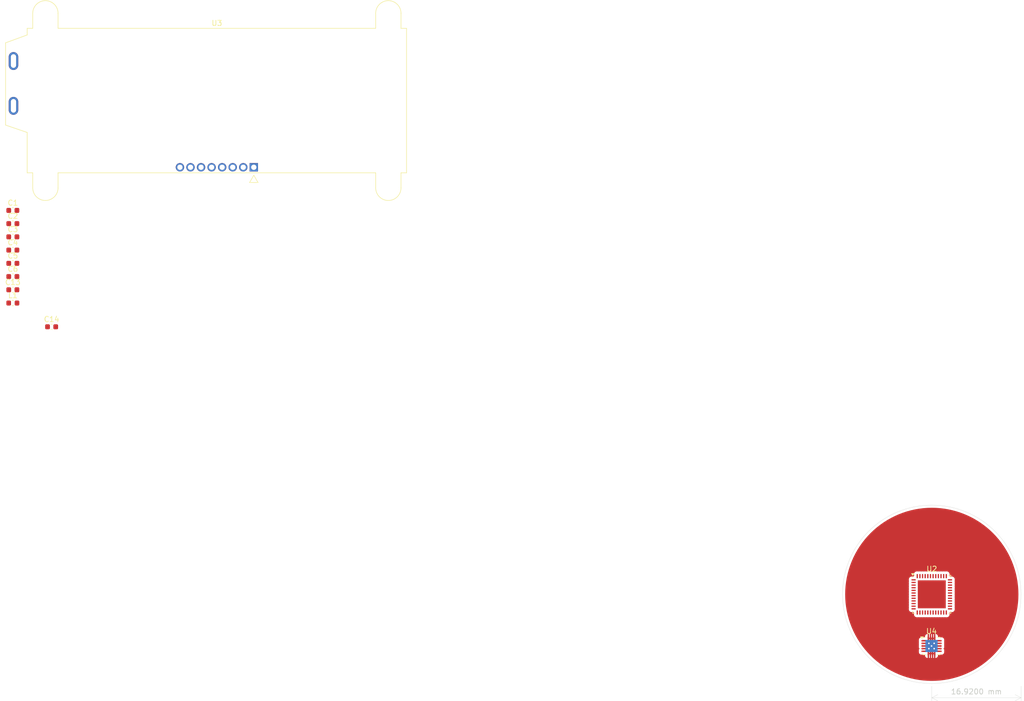
<source format=kicad_pcb>
(kicad_pcb (version 20240108) (generator "pcbnew") (generator_version "8.0")
  (layers (0 "F.Cu" signal) (31 "B.Cu" signal) (34 "B.Paste" user) (35 "F.Paste" user) (36 "B.SilkS" user "B.Silkscreen") (37 "F.SilkS" user "F.Silkscreen") (38 "B.Mask" user) (39 "F.Mask" user) (44 "Edge.Cuts" user))
  (net 0 "")
  (net 1 "GND")
  (net 2 "+3V3")
  (net 3 "Net-(U2-EN)")
  (net 4 "Net-(U2-IO22)")
  (net 23 "/PwrG")
  (net 24 "/CLK")
  (net 28 "/MAX_SO")
  (net 37 "Net-(U2-IO21)")
  (net 43 "/CS")
  (net 46 "Net-(S1-COM)")
  (net 47 "Net-(U4-L2)")
  (net 48 "Net-(U4-L1)")
  (net 49 "Net-(U4-FB)")
  (net 50 "Net-(U4-VAUX)")
  (footprint "Capacitor_SMD:C_0603_1608Metric" (layer "F.Cu") (at -24.17 -2.77)
    (property "Reference" "C6" (at 0 -1.43 0) (layer "F.SilkS"))
    (property "Value" "100nF")
    (fp_line (start -0.14058 -0.51) (end 0.14058 -0.51) (stroke (width 0.12)) (layer "F.SilkS"))
    (fp_line (start -0.14058 0.51) (end 0.14058 0.51) (stroke (width 0.12)) (layer "F.SilkS"))
    (pad "1" smd roundrect (at -0.775 0) (size 0.9 0.95) (layers "F.Cu" "F.Paste" "F.Mask") (net 3 "Net-(U2-EN)"))
    (pad "2" smd roundrect (at 0.775 0) (size 0.9 0.95) (layers "F.Cu" "F.Paste" "F.Mask") (net 1 "GND"))
  )
  (footprint "Capacitor_SMD:C_0603_1608Metric" (layer "F.Cu") (at -24.17 -10.3)
    (property "Reference" "C3" (at 0 -1.43 0) (layer "F.SilkS"))
    (property "Value" "100nF")
    (fp_line (start -0.14058 -0.51) (end 0.14058 -0.51) (stroke (width 0.12)) (layer "F.SilkS"))
    (fp_line (start -0.14058 0.51) (end 0.14058 0.51) (stroke (width 0.12)) (layer "F.SilkS"))
    (pad "1" smd roundrect (at -0.775 0) (size 0.9 0.95) (layers "F.Cu" "F.Paste" "F.Mask") (net 2 "+3V3"))
    (pad "2" smd roundrect (at 0.775 0) (size 0.9 0.95) (layers "F.Cu" "F.Paste" "F.Mask") (net 1 "GND"))
  )
  (footprint "Capacitor_SMD:C_0603_1608Metric" (layer "F.Cu") (at -24.17 -12.81)
    (property "Reference" "C2" (at 0 -1.43 0) (layer "F.SilkS"))
    (property "Value" "100nF")
    (fp_line (start -0.14058 -0.51) (end 0.14058 -0.51) (stroke (width 0.12)) (layer "F.SilkS"))
    (fp_line (start -0.14058 0.51) (end 0.14058 0.51) (stroke (width 0.12)) (layer "F.SilkS"))
    (pad "1" smd roundrect (at -0.775 0) (size 0.9 0.95) (layers "F.Cu" "F.Paste" "F.Mask") (net 2 "+3V3"))
    (pad "2" smd roundrect (at 0.775 0) (size 0.9 0.95) (layers "F.Cu" "F.Paste" "F.Mask") (net 1 "GND"))
  )
  (footprint "Capacitor_SMD:C_0603_1608Metric" (layer "F.Cu") (at -24.17 -0.26)
    (property "Reference" "C13" (at 0 -1.43 0) (layer "F.SilkS"))
    (property "Value" "100nF")
    (fp_line (start -0.14058 -0.51) (end 0.14058 -0.51) (stroke (width 0.12)) (layer "F.SilkS"))
    (fp_line (start -0.14058 0.51) (end 0.14058 0.51) (stroke (width 0.12)) (layer "F.SilkS"))
    (pad "1" smd roundrect (at -0.775 0) (size 0.9 0.95) (layers "F.Cu" "F.Paste" "F.Mask") (net 2 "+3V3"))
    (pad "2" smd roundrect (at 0.775 0) (size 0.9 0.95) (layers "F.Cu" "F.Paste" "F.Mask") (net 1 "GND"))
  )
  (footprint "Package_SON:Texas_S-PWSON-N10_ThermalVias" (layer "F.Cu") (at 149.95 67.3)
    (property "Reference" "U4" (at 0 -2.8 0) (layer "F.SilkS"))
    (property "Value" "TPS63060")
    (fp_line (start -1.65 1.65) (end -1.65 1.4) (stroke (width 0.12)) (layer "F.SilkS"))
    (fp_line (start -1.65 1.65) (end -0.985 1.65) (stroke (width 0.12)) (layer "F.SilkS"))
    (fp_line (start -1.3 -1.65) (end -0.985 -1.65) (stroke (width 0.12)) (layer "F.SilkS"))
    (fp_line (start 0.985 -1.65) (end 1.65 -1.65) (stroke (width 0.12)) (layer "F.SilkS"))
    (fp_line (start 0.985 1.65) (end 1.65 1.65) (stroke (width 0.12)) (layer "F.SilkS"))
    (fp_line (start 1.65 -1.4) (end 1.65 -1.65) (stroke (width 0.12)) (layer "F.SilkS"))
    (fp_line (start 1.65 1.4) (end 1.65 1.65) (stroke (width 0.12)) (layer "F.SilkS"))
    (fp_poly (pts (xy -1.81 -1.42) (xy -2.05 -1.75) (xy -1.57 -1.75) (xy -1.81 -1.42)) (stroke (width 0.12)) (fill solid) (layer "F.SilkS"))
    (pad "1" smd rect (at -1.76 -1) (size 0.28 0.28) (layers "F.Cu" "F.Paste" "F.Mask") (net 48 "Net-(U4-L1)"))
    (pad "1" smd oval (at -1.475 -1) (size 0.85 0.28) (layers "F.Cu" "F.Paste" "F.Mask") (net 48 "Net-(U4-L1)"))
    (pad "2" smd rect (at -1.76 -0.5) (size 0.28 0.28) (layers "F.Cu" "F.Paste" "F.Mask") (net 46 "Net-(S1-COM)"))
    (pad "2" smd oval (at -1.475 -0.5) (size 0.85 0.28) (layers "F.Cu" "F.Paste" "F.Mask") (net 46 "Net-(S1-COM)"))
    (pad "3" smd rect (at -1.76 0) (size 0.28 0.28) (layers "F.Cu" "F.Paste" "F.Mask") (net 46 "Net-(S1-COM)"))
    (pad "3" smd oval (at -1.475 0) (size 0.85 0.28) (layers "F.Cu" "F.Paste" "F.Mask") (net 46 "Net-(S1-COM)"))
    (pad "4" smd rect (at -1.76 0.5) (size 0.28 0.28) (layers "F.Cu" "F.Paste" "F.Mask") (net 1 "GND"))
    (pad "4" smd oval (at -1.475 0.5) (size 0.85 0.28) (layers "F.Cu" "F.Paste" "F.Mask") (net 1 "GND"))
    (pad "5" smd rect (at -1.76 1) (size 0.28 0.28) (layers "F.Cu" "F.Paste" "F.Mask") (net 23 "/PwrG"))
    (pad "5" smd oval (at -1.475 1) (size 0.85 0.28) (layers "F.Cu" "F.Paste" "F.Mask") (net 23 "/PwrG"))
    (pad "6" smd oval (at 1.475 1) (size 0.85 0.28) (layers "F.Cu" "F.Paste" "F.Mask") (net 50 "Net-(U4-VAUX)"))
    (pad "6" smd rect (at 1.76 1) (size 0.28 0.28) (layers "F.Cu" "F.Paste" "F.Mask") (net 50 "Net-(U4-VAUX)"))
    (pad "7" smd oval (at 1.475 0.5) (size 0.85 0.28) (layers "F.Cu" "F.Paste" "F.Mask") (net 1 "GND"))
    (pad "7" smd rect (at 1.76 0.5) (size 0.28 0.28) (layers "F.Cu" "F.Paste" "F.Mask") (net 1 "GND"))
    (pad "8" smd oval (at 1.475 0) (size 0.85 0.28) (layers "F.Cu" "F.Paste" "F.Mask") (net 49 "Net-(U4-FB)"))
    (pad "8" smd rect (at 1.76 0) (size 0.28 0.28) (layers "F.Cu" "F.Paste" "F.Mask") (net 49 "Net-(U4-FB)"))
    (pad "9" smd oval (at 1.475 -0.5) (size 0.85 0.28) (layers "F.Cu" "F.Paste" "F.Mask") (net 2 "+3V3"))
    (pad "9" smd rect (at 1.76 -0.5) (size 0.28 0.28) (layers "F.Cu" "F.Paste" "F.Mask") (net 2 "+3V3"))
    (pad "10" smd oval (at 1.475 -1) (size 0.85 0.28) (layers "F.Cu" "F.Paste" "F.Mask") (net 47 "Net-(U4-L2)"))
    (pad "10" smd rect (at 1.76 -1) (size 0.28 0.28) (layers "F.Cu" "F.Paste" "F.Mask") (net 47 "Net-(U4-L2)"))
    (pad "11" smd rect (at -0.6 -1.425) (size 0.23 0.6) (layers "F.Cu" "F.Paste" "F.Mask") (net 1 "GND"))
    (pad "11" smd rect (at -0.6 -1.425) (size 0.25 0.7) (layers "F.Cu" "F.Paste" "F.Mask") (net 1 "GND"))
    (pad "11" smd rect (at -0.6 1.425) (size 0.23 0.6) (layers "F.Cu" "F.Paste" "F.Mask") (net 1 "GND"))
    (pad "11" smd rect (at -0.6 1.425) (size 0.25 0.7) (layers "F.Cu" "F.Paste" "F.Mask") (net 1 "GND"))
    (pad "11" thru_hole circle (at -0.5 -0.5) (size 0.6 0.6) (drill 0.3) (layers "*.Cu" "*.Mask") (net 1 "GND"))
    (pad "11" thru_hole circle (at -0.5 0.5) (size 0.6 0.6) (drill 0.3) (layers "*.Cu" "*.Mask") (net 1 "GND"))
    (pad "11" smd rect (at -0.435 -0.56) (size 0.65 0.9) (layers "F.Cu" "F.Paste" "F.Mask") (net 1 "GND"))
    (pad "11" smd rect (at -0.435 0.56) (size 0.65 0.9) (layers "F.Cu" "F.Paste" "F.Mask") (net 1 "GND"))
    (pad "11" smd rect (at -0.2 -1.425) (size 0.23 0.6) (layers "F.Cu" "F.Paste" "F.Mask") (net 1 "GND"))
    (pad "11" smd rect (at -0.2 -1.425) (size 0.25 0.7) (layers "F.Cu" "F.Paste" "F.Mask") (net 1 "GND"))
    (pad "11" smd rect (at -0.2 1.425) (size 0.23 0.6) (layers "F.Cu" "F.Paste" "F.Mask") (net 1 "GND"))
    (pad "11" smd rect (at -0.2 1.425) (size 0.25 0.7) (layers "F.Cu" "F.Paste" "F.Mask") (net 1 "GND"))
    (pad "11" smd rect (at -0.001 0) (size 2.3 2.3) (layers "B.Cu") (net 1 "GND"))
    (pad "11" thru_hole circle (at 0 0) (size 0.6 0.6) (drill 0.3) (layers "*.Cu" "*.Mask") (net 1 "GND"))
    (pad "11" smd rect (at 0 0) (size 1.7 2.15) (layers "F.Cu" "F.Mask") (net 1 "GND"))
    (pad "11" smd rect (at 0.2 -1.425) (size 0.23 0.6) (layers "F.Cu" "F.Paste" "F.Mask") (net 1 "GND"))
    (pad "11" smd rect (at 0.2 -1.425) (size 0.25 0.7) (layers "F.Cu" "F.Paste" "F.Mask") (net 1 "GND"))
    (pad "11" smd rect (at 0.2 1.425) (size 0.23 0.6) (layers "F.Cu" "F.Paste" "F.Mask") (net 1 "GND"))
    (pad "11" smd rect (at 0.2 1.425) (size 0.25 0.7) (layers "F.Cu" "F.Paste" "F.Mask") (net 1 "GND"))
    (pad "11" smd rect (at 0.435 -0.56) (size 0.65 0.9) (layers "F.Cu" "F.Paste" "F.Mask") (net 1 "GND"))
    (pad "11" smd rect (at 0.435 0.56) (size 0.65 0.9) (layers "F.Cu" "F.Paste" "F.Mask") (net 1 "GND"))
    (pad "11" thru_hole circle (at 0.5 -0.5) (size 0.6 0.6) (drill 0.3) (layers "*.Cu" "*.Mask") (net 1 "GND"))
    (pad "11" thru_hole circle (at 0.5 0.5) (size 0.6 0.6) (drill 0.3) (layers "*.Cu" "*.Mask") (net 1 "GND"))
    (pad "11" smd rect (at 0.6 -1.425) (size 0.23 0.6) (layers "F.Cu" "F.Paste" "F.Mask") (net 1 "GND"))
    (pad "11" smd rect (at 0.6 -1.425) (size 0.25 0.7) (layers "F.Cu" "F.Paste" "F.Mask") (net 1 "GND"))
    (pad "11" smd rect (at 0.6 1.425) (size 0.23 0.6) (layers "F.Cu" "F.Paste" "F.Mask") (net 1 "GND"))
    (pad "11" smd rect (at 0.6 1.425) (size 0.25 0.7) (layers "F.Cu" "F.Paste" "F.Mask") (net 1 "GND"))
  )
  (footprint "Capacitor_SMD:C_0603_1608Metric" (layer "F.Cu") (at -24.17 -5.28)
    (property "Reference" "C5" (at 0 -1.43 0) (layer "F.SilkS"))
    (property "Value" "100nF")
    (fp_line (start -0.14058 -0.51) (end 0.14058 -0.51) (stroke (width 0.12)) (layer "F.SilkS"))
    (fp_line (start -0.14058 0.51) (end 0.14058 0.51) (stroke (width 0.12)) (layer "F.SilkS"))
    (pad "1" smd roundrect (at -0.775 0) (size 0.9 0.95) (layers "F.Cu" "F.Paste" "F.Mask") (net 2 "+3V3"))
    (pad "2" smd roundrect (at 0.775 0) (size 0.9 0.95) (layers "F.Cu" "F.Paste" "F.Mask") (net 1 "GND"))
  )
  (footprint "Capacitor_SMD:C_0603_1608Metric" (layer "F.Cu") (at -16.82 6.76)
    (property "Reference" "C14" (at 0 -1.43 0) (layer "F.SilkS"))
    (property "Value" "100nF")
    (fp_line (start -0.14058 -0.51) (end 0.14058 -0.51) (stroke (width 0.12)) (layer "F.SilkS"))
    (fp_line (start -0.14058 0.51) (end 0.14058 0.51) (stroke (width 0.12)) (layer "F.SilkS"))
    (pad "1" smd roundrect (at -0.775 0) (size 0.9 0.95) (layers "F.Cu" "F.Paste" "F.Mask") (net 2 "+3V3"))
    (pad "2" smd roundrect (at 0.775 0) (size 0.9 0.95) (layers "F.Cu" "F.Paste" "F.Mask") (net 1 "GND"))
  )
  (footprint "Package_DFN_QFN:QFN-48-1EP_7x7mm_P0.5mm_EP5.3x5.3mm" (layer "F.Cu") (at 150 57.5)
    (property "Reference" "U2" (at 0 -4.8 0) (layer "F.SilkS"))
    (property "Value" "ESP32-PICO-D4")
    (fp_line (start -3.61 -3.135) (end -3.61 -3.37) (stroke (width 0.12)) (layer "F.SilkS"))
    (fp_line (start -3.61 3.61) (end -3.61 3.135) (stroke (width 0.12)) (layer "F.SilkS"))
    (fp_line (start -3.135 -3.61) (end -3.31 -3.61) (stroke (width 0.12)) (layer "F.SilkS"))
    (fp_line (start -3.135 3.61) (end -3.61 3.61) (stroke (width 0.12)) (layer "F.SilkS"))
    (fp_line (start 3.135 -3.61) (end 3.61 -3.61) (stroke (width 0.12)) (layer "F.SilkS"))
    (fp_line (start 3.135 3.61) (end 3.61 3.61) (stroke (width 0.12)) (layer "F.SilkS"))
    (fp_line (start 3.61 -3.61) (end 3.61 -3.135) (stroke (width 0.12)) (layer "F.SilkS"))
    (fp_line (start 3.61 3.61) (end 3.61 3.135) (stroke (width 0.12)) (layer "F.SilkS"))
    (fp_poly (pts (xy -3.61 -3.61) (xy -3.85 -3.94) (xy -3.37 -3.94) (xy -3.61 -3.61)) (stroke (width 0.12)) (fill solid) (layer "F.SilkS"))
    (pad "1" smd roundrect (at -3.45 -2.75) (size 0.8 0.25) (layers "F.Cu" "F.Paste" "F.Mask"))
    (pad "2" smd roundrect (at -3.45 -2.25) (size 0.8 0.25) (layers "F.Cu" "F.Paste" "F.Mask"))
    (pad "3" smd roundrect (at -3.45 -1.75) (size 0.8 0.25) (layers "F.Cu" "F.Paste" "F.Mask") (net 3 "Net-(U2-EN)"))
    (pad "4" smd roundrect (at -3.45 -1.25) (size 0.8 0.25) (layers "F.Cu" "F.Paste" "F.Mask") (net 3 "Net-(U2-EN)"))
    (pad "5" smd roundrect (at -3.45 -0.75) (size 0.8 0.25) (layers "F.Cu" "F.Paste" "F.Mask"))
    (pad "6" smd roundrect (at -3.45 -0.25) (size 0.8 0.25) (layers "F.Cu" "F.Paste" "F.Mask"))
    (pad "7" smd roundrect (at -3.45 0.25) (size 0.8 0.25) (layers "F.Cu" "F.Paste" "F.Mask"))
    (pad "8" smd roundrect (at -3.45 0.75) (size 0.8 0.25) (layers "F.Cu" "F.Paste" "F.Mask"))
    (pad "9" smd roundrect (at -3.45 1.25) (size 0.8 0.25) (layers "F.Cu" "F.Paste" "F.Mask") (net 3 "Net-(U2-EN)"))
    (pad "10" smd roundrect (at -3.45 1.75) (size 0.8 0.25) (layers "F.Cu" "F.Paste" "F.Mask"))
    (pad "11" smd roundrect (at -3.45 2.25) (size 0.8 0.25) (layers "F.Cu" "F.Paste" "F.Mask"))
    (pad "12" smd roundrect (at -3.45 2.75) (size 0.8 0.25) (layers "F.Cu" "F.Paste" "F.Mask"))
    (pad "13" smd roundrect (at -2.75 3.45) (size 0.25 0.8) (layers "F.Cu" "F.Paste" "F.Mask"))
    (pad "14" smd roundrect (at -2.25 3.45) (size 0.25 0.8) (layers "F.Cu" "F.Paste" "F.Mask"))
    (pad "15" smd roundrect (at -1.75 3.45) (size 0.25 0.8) (layers "F.Cu" "F.Paste" "F.Mask"))
    (pad "16" smd roundrect (at -1.25 3.45) (size 0.25 0.8) (layers "F.Cu" "F.Paste" "F.Mask"))
    (pad "17" smd roundrect (at -0.75 3.45) (size 0.25 0.8) (layers "F.Cu" "F.Paste" "F.Mask"))
    (pad "18" smd roundrect (at -0.25 3.45) (size 0.25 0.8) (layers "F.Cu" "F.Paste" "F.Mask"))
    (pad "19" smd roundrect (at 0.25 3.45) (size 0.25 0.8) (layers "F.Cu" "F.Paste" "F.Mask") (net 3 "Net-(U2-EN)"))
    (pad "20" smd roundrect (at 0.75 3.45) (size 0.25 0.8) (layers "F.Cu" "F.Paste" "F.Mask"))
    (pad "21" smd roundrect (at 1.25 3.45) (size 0.25 0.8) (layers "F.Cu" "F.Paste" "F.Mask"))
    (pad "22" smd roundrect (at 1.75 3.45) (size 0.25 0.8) (layers "F.Cu" "F.Paste" "F.Mask") (net 23 "/PwrG"))
    (pad "23" smd roundrect (at 2.25 3.45) (size 0.25 0.8) (layers "F.Cu" "F.Paste" "F.Mask"))
    (pad "24" smd roundrect (at 2.75 3.45) (size 0.25 0.8) (layers "F.Cu" "F.Paste" "F.Mask"))
    (pad "25" smd roundrect (at 3.45 2.75) (size 0.8 0.25) (layers "F.Cu" "F.Paste" "F.Mask"))
    (pad "26" smd roundrect (at 3.45 2.25) (size 0.8 0.25) (layers "F.Cu" "F.Paste" "F.Mask") (net 3 "Net-(U2-EN)"))
    (pad "27" smd roundrect (at 3.45 1.75) (size 0.8 0.25) (layers "F.Cu" "F.Paste" "F.Mask") (net 43 "/CS"))
    (pad "28" smd roundrect (at 3.45 1.25) (size 0.8 0.25) (layers "F.Cu" "F.Paste" "F.Mask"))
    (pad "29" smd roundrect (at 3.45 0.75) (size 0.8 0.25) (layers "F.Cu" "F.Paste" "F.Mask"))
    (pad "30" smd roundrect (at 3.45 0.25) (size 0.8 0.25) (layers "F.Cu" "F.Paste" "F.Mask"))
    (pad "31" smd roundrect (at 3.45 -0.25) (size 0.8 0.25) (layers "F.Cu" "F.Paste" "F.Mask") (net 24 "/CLK"))
    (pad "32" smd roundrect (at 3.45 -0.75) (size 0.8 0.25) (layers "F.Cu" "F.Paste" "F.Mask") (net 28 "/MAX_SO"))
    (pad "33" smd roundrect (at 3.45 -1.25) (size 0.8 0.25) (layers "F.Cu" "F.Paste" "F.Mask"))
    (pad "34" smd roundrect (at 3.45 -1.75) (size 0.8 0.25) (layers "F.Cu" "F.Paste" "F.Mask"))
    (pad "35" smd roundrect (at 3.45 -2.25) (size 0.8 0.25) (layers "F.Cu" "F.Paste" "F.Mask"))
    (pad "36" smd roundrect (at 3.45 -2.75) (size 0.8 0.25) (layers "F.Cu" "F.Paste" "F.Mask"))
    (pad "37" smd roundrect (at 2.75 -3.45) (size 0.25 0.8) (layers "F.Cu" "F.Paste" "F.Mask") (net 3 "Net-(U2-EN)"))
    (pad "38" smd roundrect (at 2.25 -3.45) (size 0.25 0.8) (layers "F.Cu" "F.Paste" "F.Mask"))
    (pad "39" smd roundrect (at 1.75 -3.45) (size 0.25 0.8) (layers "F.Cu" "F.Paste" "F.Mask") (net 4 "Net-(U2-IO22)"))
    (pad "40" smd roundrect (at 1.25 -3.45) (size 0.25 0.8) (layers "F.Cu" "F.Paste" "F.Mask"))
    (pad "41" smd roundrect (at 0.75 -3.45) (size 0.25 0.8) (layers "F.Cu" "F.Paste" "F.Mask"))
    (pad "42" smd roundrect (at 0.25 -3.45) (size 0.25 0.8) (layers "F.Cu" "F.Paste" "F.Mask") (net 37 "Net-(U2-IO21)"))
    (pad "43" smd roundrect (at -0.25 -3.45) (size 0.25 0.8) (layers "F.Cu" "F.Paste" "F.Mask"))
    (pad "44" smd roundrect (at -0.75 -3.45) (size 0.25 0.8) (layers "F.Cu" "F.Paste" "F.Mask"))
    (pad "45" smd roundrect (at -1.25 -3.45) (size 0.25 0.8) (layers "F.Cu" "F.Paste" "F.Mask"))
    (pad "46" smd roundrect (at -1.75 -3.45) (size 0.25 0.8) (layers "F.Cu" "F.Paste" "F.Mask"))
    (pad "47" smd roundrect (at -2.25 -3.45) (size 0.25 0.8) (layers "F.Cu" "F.Paste" "F.Mask"))
    (pad "48" smd roundrect (at -2.75 -3.45) (size 0.25 0.8) (layers "F.Cu" "F.Paste" "F.Mask"))
    (pad "49" smd rect (at 0 0) (size 5.3 5.3) (property pad_prop_heatsink) (layers "F.Cu" "F.Mask") (net 1 "GND"))
  )
  (footprint "Display:NHD-C0220BiZ" (layer "F.Cu") (at 14.5 -39.4)
    (property "Reference" "U3" (at 0 -11.43 0) (layer "F.SilkS"))
    (property "Value" "OLED-disp")
    (fp_line (start -40.05 -7.7) (end -40.05 7.9) (stroke (width 0.12)) (layer "F.SilkS"))
    (fp_line (start -40.05 7.9) (end -35.95 9.3) (stroke (width 0.12)) (layer "F.SilkS"))
    (fp_line (start -35.95 -10.45) (end -35.95 -9.2) (stroke (width 0.12)) (layer "F.SilkS"))
    (fp_line (start -35.95 -9.2) (end -40.05 -7.7) (stroke (width 0.12)) (layer "F.SilkS"))
    (fp_line (start -35.95 9.3) (end -35.95 16.95) (stroke (width 0.12)) (layer "F.SilkS"))
    (fp_line (start -35.95 16.95) (end -34.9 16.95) (stroke (width 0.12)) (layer "F.SilkS"))
    (fp_line (start -34.9 -13.3) (end -34.9 -10.45) (stroke (width 0.12)) (layer "F.SilkS"))
    (fp_line (start -34.9 -10.45) (end -35.95 -10.45) (stroke (width 0.12)) (layer "F.SilkS"))
    (fp_line (start -34.9 16.95) (end -34.9 19.8) (stroke (width 0.12)) (layer "F.SilkS"))
    (fp_line (start -30.1 -10.45) (end -30.1 -13.3) (stroke (width 0.12)) (layer "F.SilkS"))
    (fp_line (start -30.1 16.95) (end 30.1 16.95) (stroke (width 0.12)) (layer "F.SilkS"))
    (fp_line (start -30.1 19.8) (end -30.1 16.95) (stroke (width 0.12)) (layer "F.SilkS"))
    (fp_line (start 6.2 18.8) (end 7 17.4) (stroke (width 0.12)) (layer "F.SilkS"))
    (fp_line (start 6.2 18.8) (end 7.8 18.8) (stroke (width 0.12)) (layer "F.SilkS"))
    (fp_line (start 7 17.4) (end 7.8 18.8) (stroke (width 0.12)) (layer "F.SilkS"))
    (fp_line (start 30.1 -13.3) (end 30.1 -10.45) (stroke (width 0.12)) (layer "F.SilkS"))
    (fp_line (start 30.1 -10.45) (end -30.1 -10.45) (stroke (width 0.12)) (layer "F.SilkS"))
    (fp_line (start 30.1 16.95) (end 30.1 19.8) (stroke (width 0.12)) (layer "F.SilkS"))
    (fp_line (start 34.9 -10.45) (end 34.9 -13.3) (stroke (width 0.12)) (layer "F.SilkS"))
    (fp_line (start 34.9 16.95) (end 35.95 16.95) (stroke (width 0.12)) (layer "F.SilkS"))
    (fp_line (start 34.9 19.8) (end 34.9 16.95) (stroke (width 0.12)) (layer "F.SilkS"))
    (fp_line (start 35.95 -10.45) (end 34.9 -10.45) (stroke (width 0.12)) (layer "F.SilkS"))
    (fp_line (start 35.95 16.95) (end 35.95 -10.45) (stroke (width 0.12)) (layer "F.SilkS"))
    (fp_arc (start -34.9 -13.3) (mid -32.5 -15.7) (end -30.1 -13.3) (stroke (width 0.12)) (layer "F.SilkS"))
    (fp_arc (start -30.1 19.8) (mid -32.5 22.2) (end -34.9 19.8) (stroke (width 0.12)) (layer "F.SilkS"))
    (fp_arc (start 30.1 -13.3) (mid 32.5 -15.7) (end 34.9 -13.3) (stroke (width 0.12)) (layer "F.SilkS"))
    (fp_arc (start 34.9 19.8) (mid 32.5 22.2) (end 30.1 19.8) (stroke (width 0.12)) (layer "F.SilkS"))
    (pad "" np_thru_hole circle (at -32.5 -13.3) (size 2.5 2.5) (drill 2.5) (layers "*.Cu" "*.Mask"))
    (pad "" np_thru_hole circle (at -32.5 19.8) (size 2.5 2.5) (drill 2.5) (layers "*.Cu" "*.Mask"))
    (pad "" np_thru_hole circle (at 32.5 -13.3) (size 2.5 2.5) (drill 2.5) (layers "*.Cu" "*.Mask"))
    (pad "" np_thru_hole circle (at 32.5 19.8) (size 2.5 2.5) (drill 2.5) (layers "*.Cu" "*.Mask"))
    (pad "1" thru_hole rect (at 7 15.9) (size 1.6 1.6) (drill 1) (layers "*.Cu" "*.Mask") (net 2 "+3V3"))
    (pad "2" thru_hole circle (at 5 15.9) (size 1.6 1.6) (drill 1) (layers "*.Cu" "*.Mask") (net 4 "Net-(U2-IO22)"))
    (pad "3" thru_hole circle (at 3 15.9) (size 1.6 1.6) (drill 1) (layers "*.Cu" "*.Mask") (net 37 "Net-(U2-IO21)"))
    (pad "4" thru_hole circle (at 1 15.9) (size 1.6 1.6) (drill 1) (layers "*.Cu" "*.Mask") (net 1 "GND"))
    (pad "5" thru_hole circle (at -1 15.9) (size 1.6 1.6) (drill 1) (layers "*.Cu" "*.Mask"))
    (pad "6" thru_hole circle (at -3 15.9) (size 1.6 1.6) (drill 1) (layers "*.Cu" "*.Mask"))
    (pad "7" thru_hole circle (at -5 15.9) (size 1.6 1.6) (drill 1) (layers "*.Cu" "*.Mask"))
    (pad "8" thru_hole circle (at -7 15.9) (size 1.6 1.6) (drill 1) (layers "*.Cu" "*.Mask"))
    (pad "9" thru_hole oval (at -38.55 4.25) (size 1.8 3.4) (drill oval 1 2.6) (layers "*.Cu" "*.Mask"))
    (pad "10" thru_hole oval (at -38.55 -4.25) (size 1.8 3.4) (drill oval 1 2.6) (layers "*.Cu" "*.Mask"))
  )
  (footprint "Capacitor_SMD:C_0603_1608Metric" (layer "F.Cu") (at -24.17 -7.79)
    (property "Reference" "C4" (at 0 -1.43 0) (layer "F.SilkS"))
    (property "Value" "100nF")
    (fp_line (start -0.14058 -0.51) (end 0.14058 -0.51) (stroke (width 0.12)) (layer "F.SilkS"))
    (fp_line (start -0.14058 0.51) (end 0.14058 0.51) (stroke (width 0.12)) (layer "F.SilkS"))
    (pad "1" smd roundrect (at -0.775 0) (size 0.9 0.95) (layers "F.Cu" "F.Paste" "F.Mask") (net 2 "+3V3"))
    (pad "2" smd roundrect (at 0.775 0) (size 0.9 0.95) (layers "F.Cu" "F.Paste" "F.Mask") (net 1 "GND"))
  )
  (footprint "Inductor_SMD:L_0603_1608Metric" (layer "F.Cu") (at -24.17 2.25)
    (property "Reference" "L1" (at 0 -1.43 0) (layer "F.SilkS"))
    (property "Value" "10u")
    (fp_line (start -0.162779 -0.51) (end 0.162779 -0.51) (stroke (width 0.12)) (layer "F.SilkS"))
    (fp_line (start -0.162779 0.51) (end 0.162779 0.51) (stroke (width 0.12)) (layer "F.SilkS"))
    (pad "1" smd roundrect (at -0.7875 0) (size 0.875 0.95) (layers "F.Cu" "F.Paste" "F.Mask") (net 3 "Net-(U2-EN)"))
    (pad "2" smd roundrect (at 0.7875 0) (size 0.875 0.95) (layers "F.Cu" "F.Paste" "F.Mask") (net 2 "+3V3"))
  )
  (footprint "Capacitor_SMD:C_0603_1608Metric" (layer "F.Cu") (at -24.17 -15.32)
    (property "Reference" "C1" (at 0 -1.43 0) (layer "F.SilkS"))
    (property "Value" "100nF")
    (fp_line (start -0.14058 -0.51) (end 0.14058 -0.51) (stroke (width 0.12)) (layer "F.SilkS"))
    (fp_line (start -0.14058 0.51) (end 0.14058 0.51) (stroke (width 0.12)) (layer "F.SilkS"))
    (pad "1" smd roundrect (at -0.775 0) (size 0.9 0.95) (layers "F.Cu" "F.Paste" "F.Mask") (net 2 "+3V3"))
    (pad "2" smd roundrect (at 0.775 0) (size 0.9 0.95) (layers "F.Cu" "F.Paste" "F.Mask") (net 1 "GND"))
  )
  (gr_circle (center 150 57.5) (end 166.92 57.5) (stroke (width 0.05)) (fill none) (layer "Edge.Cuts"))
  (dimension (type aligned) (layer "Edge.Cuts") (pts (xy 150 74.42) (xy 166.92 74.42)) (height 2.69) (gr_text "16.9200 mm" (at 158.46 75.96 0) (layer "Edge.Cuts") (effects (font (size 1 1) (thickness 0.15)))) (format (prefix "") (suffix "") (units 3) (units_format 1) (precision 4)) (style (thickness 0.05) (arrow_length 1.27) (text_position_mode 0) (extension_height 0.58642) (extension_offset 0.5) keep_text_aligned))
  (zone (net 1) (net_name "GND") (layer "F.Cu") (connect_pads (clearance 0.5)) (min_thickness 0.25) (fill yes (thermal_gap 0.5) (thermal_bridge_width 0.5))
    (polygon (pts (xy 167.5 40.15) (xy 132.45 40.15) (xy 132.5 74.85) (xy 167.5 74.85)))
  )
)
</source>
